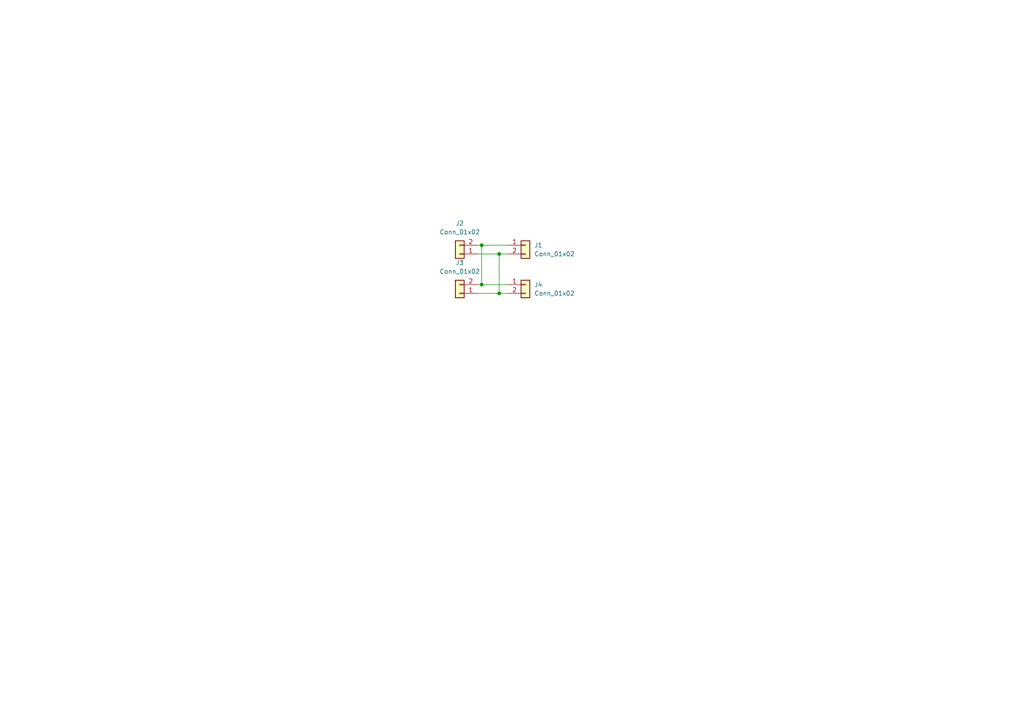
<source format=kicad_sch>
(kicad_sch (version 20230121) (generator eeschema)
  (paper "A4")
  (lib_symbols
    (symbol "Connector_Generic:Conn_01x02" (pin_names (offset 1.016) hide)
      (property "Reference" "J" (at 0 2.54 0))
      (property "Value" "Conn_01x02" (at 0 -5.08 0))
      (symbol "Conn_01x02_1_1"
        (rectangle (start -1.27 -2.413) (end 0 -2.667) (stroke (width 0.1524)))
        (rectangle (start -1.27 0.127) (end 0 -0.127) (stroke (width 0.1524)))
        (rectangle (start -1.27 1.27) (end 1.27 -3.81) (stroke (width 0.254)) (fill (type background)))
        (pin passive line (at -5.08 0 0) (length 3.81) (name "Pin_1") (number "1"))
        (pin passive line (at -5.08 -2.54 0) (length 3.81) (name "Pin_2") (number "2"))
      )
    )
  )
  (junction (at 144.78 85.09))
  (junction (at 144.78 73.66))
  (junction (at 139.7 82.55))
  (junction (at 139.7 71.12))
  (wire (pts (xy 144.78 73.66) (xy 144.78 85.09)))
  (wire (pts (xy 138.43 85.09) (xy 144.78 85.09)))
  (wire (pts (xy 138.43 73.66) (xy 144.78 73.66)))
  (wire (pts (xy 138.43 82.55) (xy 139.7 82.55)))
  (wire (pts (xy 139.7 82.55) (xy 147.32 82.55)))
  (wire (pts (xy 144.78 73.66) (xy 147.32 73.66)))
  (wire (pts (xy 139.7 71.12) (xy 147.32 71.12)))
  (wire (pts (xy 139.7 71.12) (xy 139.7 82.55)))
  (wire (pts (xy 144.78 85.09) (xy 147.32 85.09)))
  (wire (pts (xy 138.43 71.12) (xy 139.7 71.12)))
  (symbol (lib_id "Connector_Generic:Conn_01x02") (at 133.35 73.66 180) (unit 1)
    (property "Reference" "J2" (at 133.35 64.77 0))
    (property "Value" "Conn_01x02" (at 133.35 67.31 0))
    (property "Footprint" "uglyMotorGaurd_HS:uglyMotor" (effects hide))
  )
  (symbol (lib_id "Connector_Generic:Conn_01x02") (at 133.35 85.09 180) (unit 1)
    (property "Reference" "J3" (at 133.35 76.2 0))
    (property "Value" "Conn_01x02" (at 133.35 78.74 0))
    (property "Footprint" "uglyMotorGaurd_HS:uglyMotor" (effects hide))
  )
  (symbol (lib_id "Connector_Generic:Conn_01x02") (at 152.4 82.55 0) (unit 1)
    (property "Reference" "J4" (at 154.94 82.55 0) (effects (justify left)))
    (property "Value" "Conn_01x02" (at 154.94 85.09 0) (effects (justify left)))
    (property "Footprint" "uglyMotorGaurd_HS:uglyMotor" (effects hide))
  )
  (symbol (lib_id "Connector_Generic:Conn_01x02") (at 152.4 71.12 0) (unit 1)
    (property "Reference" "J1" (at 154.94 71.12 0) (effects (justify left)))
    (property "Value" "Conn_01x02" (at 154.94 73.66 0) (effects (justify left)))
    (property "Footprint" "uglyMotorGaurd_HS:uglyMotor" (effects hide))
  )
)
</source>
